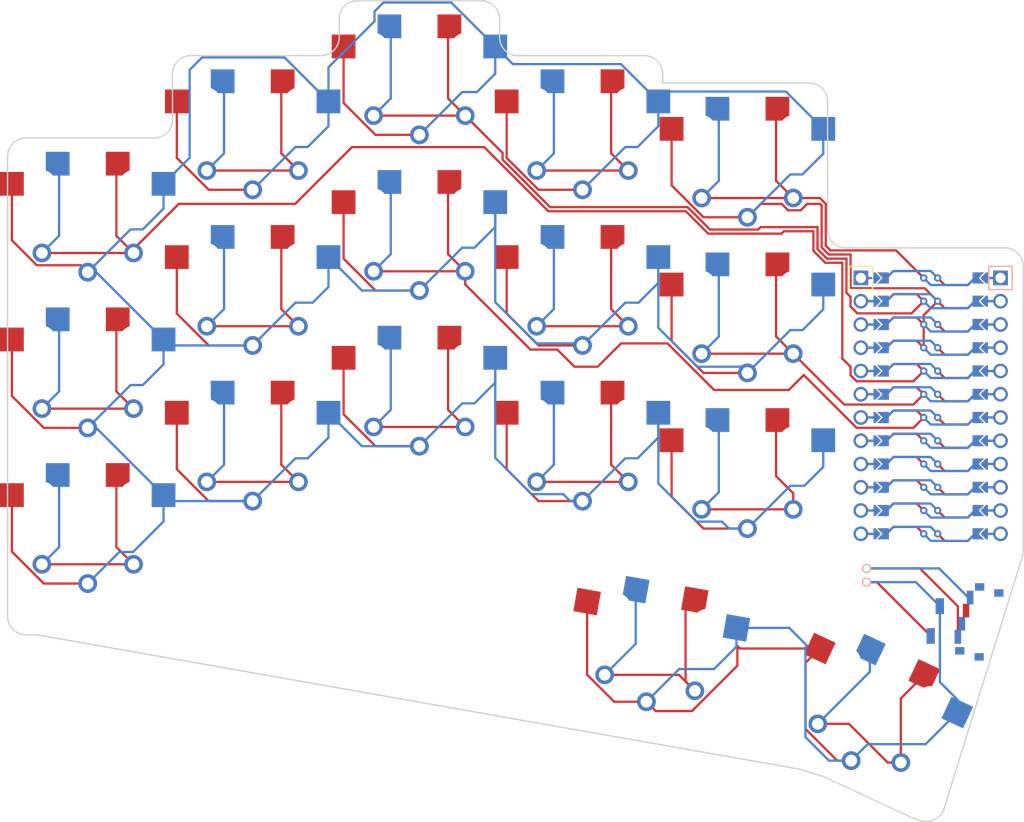
<source format=kicad_pcb>
(kicad_pcb (version 20211014) (generator pcbnew)
  (title_block (title "lazy_ferris") (rev "v1.0.0") (company "Unknown"))
  (layers (0 "F.Cu" signal) (31 "B.Cu" signal) (34 "B.Paste" user) (35 "F.Paste" user) (36 "B.SilkS" user "B.Silkscreen") (37 "F.SilkS" user "F.Silkscreen") (38 "B.Mask" user) (39 "F.Mask" user) (44 "Edge.Cuts" user))
  (net 0 "")
  (net 1 "P9")
  (net 2 "GND")
  (net 3 "P4")
  (net 4 "P2")
  (net 5 "P14")
  (net 6 "P18")
  (net 7 "P20")
  (net 8 "P7")
  (net 9 "P0")
  (net 10 "P15")
  (net 11 "P19")
  (net 12 "P21")
  (net 13 "P5")
  (net 14 "P3")
  (net 15 "P1")
  (net 16 "P10")
  (net 17 "RAW")
  (net 18 "RST")
  (net 19 "VCC")
  (net 20 "P16")
  (net 21 "P6")
  (net 22 "P8")
  (net 23 "pos")
  (footprint "lib:bat" (layer "F.Cu") (at 103 5)
    (fp_text reference "")
    (fp_text value "")
  )
  (footprint "PG1350" (layer "F.Cu") (at 72 -9 180)
    (fp_text reference "S20" hide)
    (fp_text value "" hide)
  )
  (footprint "PG1350" (layer "F.Cu") (at 72 -26 180)
    (fp_text reference "S22" hide)
    (fp_text value "" hide)
  )
  (footprint "PG1350" (layer "F.Cu") (at 54.2 -49)
    (fp_text reference "S17" hide)
    (fp_text value "" hide)
  )
  (footprint "PG1350" (layer "F.Cu") (at 72 -26)
    (fp_text reference "S21" hide)
    (fp_text value "" hide)
  )
  (footprint "Button_Switch_SMD:SW_SPST_B3U-1000P" (layer "F.Cu") (at 110.5 10 72.75)
    (fp_text reference "")
    (fp_text value "")
  )
  (footprint "PG1350" (layer "F.Cu") (at 80 13 -10)
    (fp_text reference "S31" hide)
    (fp_text value "" hide)
  )
  (footprint "Button_Switch_SMD:SW_SPDT_PCM12" (layer "F.Cu") (at 115 10 72.75)
    (fp_text reference "")
    (fp_text value "")
  )
  (footprint "PG1350" (layer "F.Cu") (at 103.816891 19.893564 155)
    (fp_text reference "S34" hide)
    (fp_text value "" hide)
  )
  (footprint "PG1350" (layer "F.Cu") (at 18 -17 180)
    (fp_text reference "S4" hide)
    (fp_text value "" hide)
  )
  (footprint "PG1350" (layer "F.Cu") (at 36 -9)
    (fp_text reference "S7" hide)
    (fp_text value "" hide)
  )
  (footprint "PG1350" (layer "F.Cu") (at 36 -9 180)
    (fp_text reference "S8" hide)
    (fp_text value "" hide)
  )
  (footprint "PG1350" (layer "F.Cu") (at 18 0)
    (fp_text reference "S1" hide)
    (fp_text value "" hide)
  )
  (footprint "PG1350" (layer "F.Cu") (at 36 -43)
    (fp_text reference "S11" hide)
    (fp_text value "" hide)
  )
  (footprint "PG1350" (layer "F.Cu") (at 54.2 -15)
    (fp_text reference "S13" hide)
    (fp_text value "" hide)
  )
  (footprint "PG1350" (layer "F.Cu") (at 90 -6 180)
    (fp_text reference "S26" hide)
    (fp_text value "" hide)
  )
  (footprint "PG1350" (layer "F.Cu") (at 90 -23 180)
    (fp_text reference "S28" hide)
    (fp_text value "" hide)
  )
  (footprint "PG1350" (layer "F.Cu") (at 90 -6)
    (fp_text reference "S25" hide)
    (fp_text value "" hide)
  )
  (footprint "PG1350" (layer "F.Cu") (at 90 -40)
    (fp_text reference "S29" hide)
    (fp_text value "" hide)
  )
  (footprint "PG1350" (layer "F.Cu") (at 18 0 180)
    (fp_text reference "S2" hide)
    (fp_text value "" hide)
  )
  (footprint "ProMicro" (layer "F.Cu") (at 110 -13.5 -90)
    (fp_text reference "MCU1" hide)
    (fp_text value "")
  )
  (footprint "PG1350" (layer "F.Cu") (at 103.816891 19.893564 -25)
    (fp_text reference "S33" hide)
    (fp_text value "" hide)
  )
  (footprint "PG1350" (layer "F.Cu") (at 54.2 -32)
    (fp_text reference "S15" hide)
    (fp_text value "" hide)
  )
  (footprint "PG1350" (layer "F.Cu") (at 90 -40 180)
    (fp_text reference "S30" hide)
    (fp_text value "" hide)
  )
  (footprint "PG1350" (layer "F.Cu") (at 90 -23)
    (fp_text reference "S27" hide)
    (fp_text value "" hide)
  )
  (footprint "PG1350" (layer "F.Cu") (at 18 -34)
    (fp_text reference "S5" hide)
    (fp_text value "" hide)
  )
  (footprint "PG1350" (layer "F.Cu") (at 72 -43 180)
    (fp_text reference "S24" hide)
    (fp_text value "" hide)
  )
  (footprint "PG1350" (layer "F.Cu") (at 36 -26 180)
    (fp_text reference "S10" hide)
    (fp_text value "" hide)
  )
  (footprint "PG1350" (layer "F.Cu") (at 36 -43 180)
    (fp_text reference "S12" hide)
    (fp_text value "" hide)
  )
  (footprint "PG1350" (layer "F.Cu") (at 80 13 170)
    (fp_text reference "S32" hide)
    (fp_text value "" hide)
  )
  (footprint "PG1350" (layer "F.Cu") (at 18 -34 180)
    (fp_text reference "S6" hide)
    (fp_text value "" hide)
  )
  (footprint "PG1350" (layer "F.Cu") (at 36 -26)
    (fp_text reference "S9" hide)
    (fp_text value "" hide)
  )
  (footprint "PG1350" (layer "F.Cu") (at 72 -9)
    (fp_text reference "S19" hide)
    (fp_text value "" hide)
  )
  (footprint "PG1350" (layer "F.Cu") (at 72 -43)
    (fp_text reference "S23" hide)
    (fp_text value "" hide)
  )
  (footprint "PG1350" (layer "F.Cu") (at 54.2 -32 180)
    (fp_text reference "S16" hide)
    (fp_text value "" hide)
  )
  (footprint "PG1350" (layer "F.Cu") (at 54.2 -15 180)
    (fp_text reference "S14" hide)
    (fp_text value "" hide)
  )
  (footprint "PG1350" (layer "F.Cu") (at 18 -17)
    (fp_text reference "S3" hide)
    (fp_text value "" hide)
  )
  (footprint "PG1350" (layer "F.Cu") (at 54.2 -49 180)
    (fp_text reference "S18" hide)
    (fp_text value "" hide)
  )
  (gr_arc (start 96.75 -48.75) (mid 98.164214 -48.164214) (end 98.75 -46.75) (layer "Edge.Cuts") (width 0.15))
  (gr_arc (start 11.25 11.5) (mid 9.835786 10.914214) (end 9.25 9.5) (layer "Edge.Cuts") (width 0.15))
  (gr_line (start 111.458143 30.479585) (end 120.068408 2.75) (layer "Edge.Cuts") (width 0.15))
  (gr_line (start 12.290703 11.5) (end 11.25 11.5) (layer "Edge.Cuts") (width 0.15))
  (gr_arc (start 60.95 -57.75) (mid 62.364214 -57.164214) (end 62.95 -55.75) (layer "Edge.Cuts") (width 0.15))
  (gr_line (start 108.000343 31.498897) (end 108 31.5) (layer "Edge.Cuts") (width 0.15))
  (gr_line (start 108.049174 31.521667) (end 108.05178 31.516078) (layer "Edge.Cuts") (width 0.15))
  (gr_line (start 108.008105 31.502517) (end 108.049174 31.521667) (layer "Edge.Cuts") (width 0.15))
  (gr_arc (start 118.1 -30.75) (mid 119.514214 -30.164214) (end 120.1 -28.75) (layer "Edge.Cuts") (width 0.15))
  (gr_line (start 120.131984 2.545251) (end 120.1 2.53532) (layer "Edge.Cuts") (width 0.15))
  (gr_arc (start 111.458143 30.479585) (mid 110.479332 31.656477) (end 108.95502 31.796542) (layer "Edge.Cuts") (width 0.15))
  (gr_line (start 120.1 2.648257) (end 120.1 2.75) (layer "Edge.Cuts") (width 0.15))
  (gr_arc (start 12.290703 11.500001) (mid 12.465014 11.507612) (end 12.637999 11.530385) (layer "Edge.Cuts") (width 0.15))
  (gr_arc (start 64.95 -51.75) (mid 63.535786 -52.335786) (end 62.95 -53.75) (layer "Edge.Cuts") (width 0.15))
  (gr_arc (start 95.641789 26.166192) (mid 95.769864 26.193123) (end 95.895904 26.228374) (layer "Edge.Cuts") (width 0.15))
  (gr_line (start 100.75 -30.75) (end 118.1 -30.75) (layer "Edge.Cuts") (width 0.15))
  (gr_line (start 120.1 2.648257) (end 120.131984 2.545251) (layer "Edge.Cuts") (width 0.15))
  (gr_arc (start 9.25 -40.75) (mid 9.835786 -42.164214) (end 11.25 -42.75) (layer "Edge.Cuts") (width 0.15))
  (gr_arc (start 45.45 -55.75) (mid 46.035786 -57.164214) (end 47.45 -57.75) (layer "Edge.Cuts") (width 0.15))
  (gr_arc (start 27.25 -49.75) (mid 27.835786 -51.164214) (end 29.25 -51.75) (layer "Edge.Cuts") (width 0.15))
  (gr_line (start 80.75 -48.75) (end 96.75 -48.75) (layer "Edge.Cuts") (width 0.15))
  (gr_line (start 98.75 -32.75) (end 98.75 -46.75) (layer "Edge.Cuts") (width 0.15))
  (gr_line (start 108.05178 31.516078) (end 108.95502 31.796542) (layer "Edge.Cuts") (width 0.15))
  (gr_line (start 9.25 9.5) (end 9.25 -40.75) (layer "Edge.Cuts") (width 0.15))
  (gr_line (start 12.637999 11.530384) (end 95.641789 26.166192) (layer "Edge.Cuts") (width 0.15))
  (gr_line (start 120.1 2.75) (end 120.068408 2.75) (layer "Edge.Cuts") (width 0.15))
  (gr_arc (start 78.75 -51.75) (mid 80.164214 -51.164214) (end 80.75 -49.75) (layer "Edge.Cuts") (width 0.15))
  (gr_line (start 27.25 -49.75) (end 27.25 -44.75) (layer "Edge.Cuts") (width 0.15))
  (gr_line (start 95.895904 26.228374) (end 98.246694 26.969575) (layer "Edge.Cuts") (width 0.15))
  (gr_arc (start 100.75 -30.75) (mid 99.335786 -31.335786) (end 98.75 -32.75) (layer "Edge.Cuts") (width 0.15))
  (gr_line (start 108 31.5) (end 108.008105 31.502517) (layer "Edge.Cuts") (width 0.15))
  (gr_line (start 11.25 -42.75) (end 25.25 -42.75) (layer "Edge.Cuts") (width 0.15))
  (gr_line (start 29.25 -51.75) (end 43.45 -51.75) (layer "Edge.Cuts") (width 0.15))
  (gr_line (start 60.95 -57.75) (end 47.45 -57.75) (layer "Edge.Cuts") (width 0.15))
  (gr_arc (start 98.246694 26.969576) (mid 98.370158 27.012994) (end 98.490519 27.064394) (layer "Edge.Cuts") (width 0.15))
  (gr_line (start 120.1 2.53532) (end 120.1 -28.75) (layer "Edge.Cuts") (width 0.15))
  (gr_arc (start 45.45 -53.75) (mid 44.864214 -52.335786) (end 43.45 -51.75) (layer "Edge.Cuts") (width 0.15))
  (gr_line (start 64.95 -51.75) (end 78.75 -51.75) (layer "Edge.Cuts") (width 0.15))
  (gr_line (start 45.45 -55.75) (end 45.45 -53.75) (layer "Edge.Cuts") (width 0.15))
  (gr_line (start 80.75 -48.75) (end 80.75 -49.75) (layer "Edge.Cuts") (width 0.15))
  (gr_line (start 98.490519 27.064394) (end 108.000343 31.498897) (layer "Edge.Cuts") (width 0.15))
  (gr_line (start 62.95 -53.75) (end 62.95 -55.75) (layer "Edge.Cuts") (width 0.15))
  (gr_arc (start 27.25 -44.75) (mid 26.664214 -43.335786) (end 25.25 -42.75) (layer "Edge.Cuts") (width 0.15))
  (segment (start 83.248177 16.594511) (end 83.248177 8.719367) (width 0.25) (layer "F.Cu") (net 1))
  (segment (start 23 3.8) (end 13 3.8) (width 0.25) (layer "F.Cu") (net 1))
  (segment (start 23 3.8) (end 21.124999 1.924999) (width 0.25) (layer "F.Cu") (net 1))
  (segment (start 82.527695 15.874029) (end 74.416098 15.874029) (width 0.25) (layer "F.Cu") (net 1))
  (segment (start 21.124999 -5.799999) (end 21.275 -5.95) (width 0.25) (layer "F.Cu") (net 1))
  (segment (start 84.264176 17.61051) (end 83.248177 16.594511) (width 0.25) (layer "F.Cu") (net 1))
  (segment (start 21.124999 1.924999) (end 21.124999 -5.799999) (width 0.25) (layer "F.Cu") (net 1))
  (segment (start 84.264176 17.61051) (end 82.527695 15.874029) (width 0.25) (layer "F.Cu") (net 1))
  (segment (start 83.248177 8.719367) (end 84.258452 7.709092) (width 0.25) (layer "F.Cu") (net 1))
  (segment (start 14.875001 1.924999) (end 14.875001 -5.799999) (width 0.25) (layer "B.Cu") (net 1))
  (segment (start 14.875001 -5.799999) (end 14.725 -5.95) (width 0.25) (layer "B.Cu") (net 1))
  (segment (start 13 3.8) (end 14.875001 1.924999) (width 0.25) (layer "B.Cu") (net 1))
  (segment (start 77.807961 12.482166) (end 77.807961 6.571696) (width 0.25) (layer "B.Cu") (net 1))
  (segment (start 74.416098 15.874029) (end 77.807961 12.482166) (width 0.25) (layer "B.Cu") (net 1))
  (segment (start 75.455974 18.810366) (end 72.501897 15.856289) (width 0.25) (layer "F.Cu") (net 2))
  (segment (start 96.338403 14.561354) (end 97.902013 12.997744) (width 0.25) (layer "F.Cu") (net 2))
  (segment (start 54.2 -26.1) (end 49.403539 -26.1) (width 0.25) (layer "F.Cu") (net 2))
  (segment (start 63.725 -6.578539) (end 63.725 -12.75) (width 0.25) (layer "F.Cu") (net 2))
  (segment (start 13.203539 -11.1) (end 9.725 -14.578539) (width 0.25) (layer "F.Cu") (net 2))
  (segment (start 91.44 -35.54) (end 90 -34.1) (width 0.25) (layer "F.Cu") (net 2))
  (segment (start 98.1 -35.373604) (end 97.913604 -35.56) (width 0.25) (layer "F.Cu") (net 2))
  (segment (start 85.203539 -34.1) (end 81.725 -37.578539) (width 0.25) (layer "F.Cu") (net 2))
  (segment (start 101.255 -26.345) (end 101.255 -30.03) (width 0.25) (layer "F.Cu") (net 2))
  (segment (start 27.725 -6.578539) (end 27.725 -12.75) (width 0.25) (layer "F.Cu") (net 2))
  (segment (start 67.203539 -37.1) (end 63.725 -40.578539) (width 0.25) (layer "F.Cu") (net 2))
  (segment (start 85.203539 -0.1) (end 81.725 -3.578539) (width 0.25) (layer "F.Cu") (net 2))
  (segment (start 91.44 -35.56) (end 91.44 -35.54) (width 0.25) (layer "F.Cu") (net 2))
  (segment (start 13.203539 5.9) (end 9.725 2.421461) (width 0.25) (layer "F.Cu") (net 2))
  (segment (start 54.2 -43.1) (end 49.403539 -43.1) (width 0.25) (layer "F.Cu") (net 2))
  (segment (start 18 5.9) (end 13.203539 5.9) (width 0.25) (layer "F.Cu") (net 2))
  (segment (start 31.203539 -3.1) (end 27.725 -6.578539) (width 0.25) (layer "F.Cu") (net 2))
  (segment (start 81.725 -20.578539) (end 81.725 -26.75) (width 0.25) (layer "F.Cu") (net 2))
  (segment (start 54.2 -9.1) (end 49.403539 -9.1) (width 0.25) (layer "F.Cu") (net 2))
  (segment (start 78.975476 18.810366) (end 79.991475 19.826365) (width 0.25) (layer "F.Cu") (net 2))
  (segment (start 49.403539 -43.1) (end 45.925 -46.578539) (width 0.25) (layer "F.Cu") (net 2))
  (segment (start 101.255 -30.03) (end 98.873604 -30.03) (width 0.25) (layer "F.Cu") (net 2))
  (segment (start 12.444539 -28.859) (end 9.725 -31.578539) (width 0.25) (layer "F.Cu") (net 2))
  (segment (start 104.122345 5.75) (end 109.995879 11.623534) (width 0.25) (layer "F.Cu") (net 2))
  (segment (start 90 -34.1) (end 85.203539 -34.1) (width 0.25) (layer "F.Cu") (net 2))
  (segment (start 31.203539 -37.1) (end 27.725 -40.578539) (width 0.25) (layer "F.Cu") (net 2))
  (segment (start 63.725 -23.578539) (end 63.725 -29.75) (width 0.25) (layer "F.Cu") (net 2))
  (segment (start 85.203539 -17.1) (end 81.725 -20.578539) (width 0.25) (layer "F.Cu") (net 2))
  (segment (start 103 5.75) (end 104.122345 5.75) (width 0.25) (layer "F.Cu") (net 2))
  (segment (start 67.203539 -3.1) (end 63.725 -6.578539) (width 0.25) (layer "F.Cu") (net 2))
  (segment (start 96.52 -35.56) (end 95.819 -34.859) (width 0.25) (layer "F.Cu") (net 2))
  (segment (start 72 -37.1) (end 67.203539 -37.1) (width 0.25) (layer "F.Cu") (net 2))
  (segment (start 17.241 -28.859) (end 12.444539 -28.859) (width 0.25) (layer "F.Cu") (net 2))
  (segment (start 99.79928 25.24078) (end 96.338403 21.779903) (width 0.25) (layer "F.Cu") (net 2))
  (segment (start 27.725 -23.578539) (end 27.725 -29.75) (width 0.25) (layer "F.Cu") (net 2))
  (segment (start 109.238 -23.406) (end 109.238 -22.39) (width 0.25) (layer "F.Cu") (net 2))
  (segment (start 72 -3.1) (end 67.203539 -3.1) (width 0.25) (layer "F.Cu") (net 2))
  (segment (start 95.819 -34.859) (end 94.444539 -34.859) (width 0.25) (layer "F.Cu") (net 2))
  (segment (start 18 -28.1) (end 17.241 -28.859) (width 0.25) (layer "F.Cu") (net 2))
  (segment (start 49.403539 -26.1) (end 45.925 -29.578539) (width 0.25) (layer "F.Cu") (net 2))
  (segment (start 45.925 -29.578539) (end 45.925 -35.75) (width 0.25) (layer "F.Cu") (net 2))
  (segment (start 90 -0.1) (end 85.203539 -0.1) (width 0.25) (layer "F.Cu") (net 2))
  (segment (start 97.913604 -35.56) (end 96.52 -35.56) (width 0.25) (layer "F.Cu") (net 2))
  (segment (start 31.203539 -20.1) (end 27.725 -23.578539) (width 0.25) (layer "F.Cu") (net 2))
  (segment (start 72 -20.1) (end 67.203539 -20.1) (width 0.25) (layer "F.Cu") (net 2))
  (segment (start 18 -11.1) (end 13.203539 -11.1) (width 0.25) (layer "F.Cu") (net 2))
  (segment (start 27.725 -40.578539) (end 27.725 -46.75) (width 0.25) (layer "F.Cu") (net 2))
  (segment (start 72.501897 15.856289) (end 72.501897 7.870032) (width 0.25) (layer "F.Cu") (net 2))
  (segment (start 36 -37.1) (end 31.203539 -37.1) (width 0.25) (layer "F.Cu") (net 2))
  (segment (start 81.725 -3.578539) (end 81.725 -9.75) (width 0.25) (layer "F.Cu") (net 2))
  (segment (start 98.873604 -30.03) (end 98.1 -30.803604) (width 0.25) (layer "F.Cu") (net 2))
  (segment (start 79.991475 19.826365) (end 83.944782 19.826365) (width 0.25) (layer "F.Cu") (net 2))
  (segment (start 93.743539 -35.56) (end 91.44 -35.56) (width 0.25) (layer "F.Cu") (net 2))
  (segment (start 45.925 -46.578539) (end 45.925 -52.75) (width 0.25) (layer "F.Cu") (net 2))
  (segment (start 109.347 -26.345) (end 101.255 -26.345) (width 0.25) (layer "F.Cu") (net 2))
  (segment (start 90 -17.1) (end 85.203539 -17.1) (width 0.25) (layer "F.Cu") (net 2))
  (segment (start 109.238 -22.39) (end 109.238 -19.85) (width 0.25) (layer "F.Cu") (net 2))
  (segment (start 9.725 2.421461) (end 9.725 -3.75) (width 0.25) (layer "F.Cu") (net 2))
  (segment (start 9.725 -31.578539) (end 9.725 -37.75) (width 0.25) (layer "F.Cu") (net 2))
  (segment (start 96.338403 21.779903) (end 96.338403 14.561354) (width 0.25) (layer "F.Cu") (net 2))
  (segment (start 49.403539 -9.1) (end 45.925 -12.578539) (width 0.25) (layer "F.Cu") (net 2))
  (segment (start 81.725 -37.578539) (end 81.725 -43.75) (width 0.25) (layer "F.Cu") (net 2))
  (segment (start 88.9 14.871147) (end 88.9 12.7) (width 0.25) (layer "F.Cu") (net 2))
  (segment (start 63.725 -40.578539) (end 63.725 -46.75) (width 0.25) (layer "F.Cu") (net 2))
  (segment (start 9.725 -14.578539) (end 9.725 -20.75) (width 0.25) (layer "F.Cu") (net 2))
  (segment (start 110.762 -24.93) (end 109.347 -26.345) (width 0.25) (layer "F.Cu") (net 2))
  (segment (start 36 -3.1) (end 31.203539 -3.1) (width 0.25) (layer "F.Cu") (net 2))
  (segment (start 98.1 -30.803604) (end 98.1 -35.373604) (width 0.25) (layer "F.Cu") (net 2))
  (segment (start 67.203539 -20.1) (end 63.725 -23.578539) (width 0.25) (layer "F.Cu") (net 2))
  (segment (start 110.762 -24.93) (end 109.238 -23.406) (width 0.25) (layer "F.Cu") (net 2))
  (segment (start 78.975476 18.810366) (end 75.455974 18.810366) (width 0.25) (layer "F.Cu") (net 2))
  (segment (start 101.323443 25.24078) (end 99.79928 25.24078) (width 0.25) (layer "F.Cu") (net 2))
  (segment (start 45.925 -12.578539) (end 45.925 -18.75) (width 0.25) (layer "F.Cu") (net 2))
  (segment (start 94.444539 -34.859) (end 93.743539 -35.56) (width 0.25) (layer "F.Cu") (net 2))
  (segment (start 36 -20.1) (end 31.203539 -20.1) (width 0.25) (layer "F.Cu") (net 2))
  (segment (start 89.197744 12.997744) (end 97.902013 12.997744) (width 0.25) (layer "F.Cu") (net 2))
  (segment (start 83.944782 19.826365) (end 88.9 14.871147) (width 0.25) (layer "F.Cu") (net 2))
  (segment (start 88.9 12.7) (end 89.197744 12.997744) (width 0.25) (layer "F.Cu") (net 2))
  (segment (start 80.275 -12.75) (end 80.275 -5.028539) (width 0.25) (layer "B.Cu") (net 2))
  (segment (start 72 -20.1) (end 72.925 -20.1) (width 0.25) (layer "B.Cu") (net 2))
  (segment (start 94.674099 -21.774099) (end 96.007785 -21.774099) (width 0.25) (layer "B.Cu") (net 2))
  (segment (start 66.983539 -20.32) (end 71.78 -20.32) (width 0.25) (layer "B.Cu") (net 2))
  (segment (start 72 -37.1) (end 72.925 -37.1) (width 0.25) (layer "B.Cu") (net 2))
  (segment (start 42.007785 -41.774099) (end 44.275 -44.041314) (width 0.25) (layer "B.Cu") (net 2))
  (segment (start 72 -37.1) (end 76.674099 -41.774099) (width 0.25) (layer "B.Cu") (net 2))
  (segment (start 36 -3.1) (end 40.674099 -7.774099) (width 0.25) (layer "B.Cu") (net 2))
  (segment (start 90 -17.1) (end 90.925 -17.1) (width 0.25) (layer "B.Cu") (net 2))
  (segment (start 47.925 -9.1) (end 44.275 -12.75) (width 0.25) (layer "B.Cu") (net 2))
  (segment (start 94.199999 -47.825001) (end 98.275 -43.75) (width 0.25) (layer "B.Cu") (net 2))
  (segment (start 54.2 -43.1) (end 55.125 -43.1) (width 0.25) (layer "B.Cu") (net 2))
  (segment (start 54.2 -9.1) (end 58.874099 -13.774099) (width 0.25) (layer "B.Cu") (net 2))
  (segment (start 71.78 -20.32) (end 72 -20.1) (width 0.25) (layer "B.Cu") (net 2))
  (segment (start 54.2 -43.1) (end 58.874099 -47.774099) (width 0.25) (layer "B.Cu") (net 2))
  (segment (start 76.674099 -24.774099) (end 78.114099 -24.774099) (width 0.25) (layer "B.Cu") (net 2))
  (segment (start 96.338403 22.678403) (end 98.90078 25.24078) (width 0.25) (layer "B.Cu") (net 2))
  (segment (start 36 -3.1) (end 26.925 -3.1) (width 0.25) (layer "B.Cu") (net 2))
  (segment (start 50.275 -57.55) (end 57.675 -57.55) (width 0.25) (layer "B.Cu") (net 2))
  (segment (start 26.925 -3.1) (end 26.275 -3.75) (width 0.25) (layer "B.Cu") (net 2))
  (segment (start 80.275 -44.041314) (end 80.275 -46.75) (width 0.25) (layer "B.Cu") (net 2))
  (segment (start 24.007785 -15.774099) (end 26.275 -18.041314) (width 0.25) (layer "B.Cu") (net 2))
  (segment (start 58.874099 -47.774099) (end 60.474099 -47.774099) (width 0.25) (layer "B.Cu") (net 2))
  (segment (start 86.36 15.24) (end 88.800465 12.799535) (width 0.25) (layer "B.Cu") (net 2))
  (segment (start 78.007785 -7.774099) (end 80.275 -10.041314) (width 0.25) (layer "B.Cu") (net 2))
  (segment (start 44.275 -44.041314) (end 44.275 -46.75) (width 0.25) (layer "B.Cu") (net 2))
  (segment (start 88.800465 12.799535) (end 88.800465 10.74391) (width 0.25) (layer "B.Cu") (net 2))
  (segment (start 36 -37.1) (end 36.925 -37.1) (width 0.25) (layer "B.Cu") (net 2))
  (segment (start 36 -20.1) (end 40.674099 -24.774099) (width 0.25) (layer "B.Cu") (net 2))
  (segment (start 44.275 -26.495) (end 44.275 -29.75) (width 0.25) (layer "B.Cu") (net 2))
  (segment (start 80.275 -22.028539) (end 84.523539 -17.78) (width 0.25) (layer "B.Cu") (net 2))
  (segment (start 36 -37.1) (end 40.674099 -41.774099) (width 0.25) (layer "B.Cu") (net 2))
  (segment (start 64.399999 -50.825001) (end 76.199999 -50.825001) (width 0.25) (layer "B.Cu") (net 2))
  (segment (start 60.207785 -30.774099) (end 62.475 -33.041314) (width 0.25) (layer "B.Cu") (net 2))
  (segment (start 57.675 -57.55) (end 62.475 -52.75) (width 0.25) (layer "B.Cu") (net 2))
  (segment (start 94.56391 10.74391) (end 96.52 12.7) (width 0.25) (layer "B.Cu") (net 2))
  (segment (start 18.925 -11.1) (end 26.275 -3.75) (width 0.25) (layer "B.Cu") (net 2))
  (segment (start 44.275 -10.041314) (end 44.275 -12.75) (width 0.25) (layer "B.Cu") (net 2))
  (segment (start 98.275 -24.041314) (end 98.275 -26.75) (width 0.25) (layer "B.Cu") (net 2))
  (segment (start 96.214099 -4.774099) (end 98.275 -6.835) (width 0.25) (layer "B.Cu") (net 2))
  (segment (start 62.475 -16.041314) (end 62.475 -18.75) (width 0.25) (layer "B.Cu") (net 2))
  (segment (start 24.007785 -32.774099) (end 26.275 -35.041314) (width 0.25) (layer "B.Cu") (net 2))
  (segment (start 18 -11.1) (end 18.925 -11.1) (width 0.25) (layer "B.Cu") (net 2))
  (segment (start 18 -28.1) (end 18.925 -28.1) (width 0.25) (layer "B.Cu") (net 2))
  (segment (start 44.275 -46.75) (end 44.275 -50.476652) (width 0.25) (layer "B.Cu") (net 2))
  (segment (start 18.925 -28.1) (end 26.275 -20.75) (width 0.25) (layer "B.Cu") (net 2))
  (segment (start 96.338403 12.881597) (end 96.338403 22.678403) (width 0.25) (layer "B.Cu") (net 2))
  (segment (start 111.004121 16.6604) (end 111.004121 8.376466) (width 0.25) (layer "B.Cu") (net 2))
  (segment (start 26.275 -18.041314) (end 26.275 -20.75) (width 0.25) (layer "B.Cu") (net 2))
  (segment (start 29.124999 -40.599999) (end 29.124999 -50.194999) (width 0.25) (layer "B.Cu") (net 2))
  (segment (start 90 -34.1) (end 90.925 -34.1) (width 0.25) (layer "B.Cu") (net 2))
  (segment (start 30.48 -51.55) (end 39.475 -51.55) (width 0.25) (layer "B.Cu") (net 2))
  (segment (start 90 -17.1) (end 94.674099 -21.774099) (width 0.25) (layer "B.Cu") (net 2))
  (segment (start 62.475 -7.828539) (end 66.444539 -3.859) (width 0.25) (layer "B.Cu") (net 2))
  (segment (start 62.475 -52.75) (end 64.399999 -50.825001) (width 0.25) (layer "B.Cu") (net 2))
  (segment (start 47.925 -26.1) (end 54.2 -26.1) (width 0.25) (layer "B.Cu") (net 2))
  (segment (start 54.2 -26.1) (end 55.125 -26.1) (width 0.25) (layer "B.Cu") (net 2))
  (segment (start 22.941 2.459) (end 26.275 -0.875) (width 0.25) (layer "B.Cu") (net 2))
  (segment (start 76.199999 -50.825001) (end 80.275 -46.75) (width 0.25) (layer "B.Cu") (net 2))
  (segment (start 98.275 -41.041314) (end 98.275 -43.75) (width 0.25) (layer "B.Cu") (net 2))
  (segment (start 87.978 -0.1) (end 87.219 -0.859) (width 0.25) (layer "B.Cu") (net 2))
  (segment (start 96.007785 -21.774099) (end 98.275 -24.041314) (width 0.25) (layer "B.Cu") (net 2))
  (segment (start 18 5.9) (end 21.441 2.459) (width 0.25) (layer "B.Cu") (net 2))
  (segment (start 62.475 -49.775) (end 62.475 -52.75) (width 0.25) (layer "B.Cu") (net 2))
  (segment (start 109.449617 23.443865) (end 112.901406 19.992076) (width 0.25) (layer "B.Cu") (net 2))
  (segment (start 54.2 -9.1) (end 47.925 -9.1) (width 0.25) (layer "B.Cu") (net 2))
  (segment (start 98.275 -6.835) (end 98.275 -9.75) (width 0.25) (layer "B.Cu") (net 2))
  (segment (start 72 -3.1) (end 76.674099 -7.774099) (width 0.25) (layer "B.Cu") (net 2))
  (segment (start 42.007785 -7.774099) (end 44.275 -10.041314) (width 0.25) (layer "B.Cu") (net 2))
  (segment (start 66.444539 -3.859) (end 69.899 -3.859) (width 0.25) (layer "B.Cu") (net 2))
  (segment (start 103.120358 23.443865) (end 109.449617 23.443865) (width 0.25) (layer "B.Cu") (net 2))
  (segment (start 72 -3.1) (end 70.658 -3.1) (width 0.25) (layer "B.Cu") (net 2))
  (segment (start 62.475 -24.828539) (end 66.983539 -20.32) (width 0.25) (layer "B.Cu") (net 2))
  (segment (start 112.901406 19.992076) (end 112.901406 18.557685) (width 0.25) (layer "B.Cu") (net 2))
  (segment (start 40.674099 -24.774099) (end 42.554099 -24.774099) (width 0.25) (layer "B.Cu") (net 2))
  (segment (start 18 -11.1) (end 22.674099 -15.774099) (width 0.25) (layer "B.Cu") (net 2))
  (segment (start 81.350001 -47.825001) (end 94.199999 -47.825001) (width 0.25) (layer "B.Cu") (net 2))
  (segment (start 49.3 -56.575) (end 50.275 -57.55) (width 0.25) (layer "B.Cu") (net 2))
  (segment (start 76.674099 -41.774099) (end 78.007785 -41.774099) (width 0.25) (layer "B.Cu") (net 2))
  (segment (start 98.90078 25.24078) (end 101.323443 25.24078) (width 0.25) (layer "B.Cu") (net 2))
  (segment (start 94.674099 -4.774099) (end 96.214099 -4.774099) (width 0.25) (layer "B.Cu") (net 2))
  (segment (start 62.475 -33.041314) (end 62.475 -35.75) (width 0.25) (layer "B.Cu") (net 2))
  (segment (start 26.275 -35.041314) (end 26.275 -37.75) (width 0.25) (layer "B.Cu") (net 2))
  (segment (start 94.674099 -38.774099) (end 96.007785 -38.774099) (width 0.25) (layer "B.Cu") (net 2))
  (segment (start 42.554099 -24.774099) (end 44.275 -26.495) (width 0.25) (layer "B.Cu") (net 2))
  (segment (start 36 -20.1) (end 36.925 -20.1) (width 0.25) (layer "B.Cu") (net 2))
  (segment (start 22.674099 -15.774099) (end 24.007785 -15.774099) (width 0.25) (layer "B.Cu") (net 2))
  (segment (start 84.444539 -0.859) (end 87.219 -0.859) (width 0.25) (layer "B.Cu") (net 2))
  (segment (start 60.207785 -13.774099) (end 62.475 -16.041314) (width 0.25) (layer "B.Cu") (net 2))
  (segment (start 90 -0.1) (end 94.674099 -4.774099) (width 0.25) (layer "B.Cu") (net 2))
  (segment (start 44.275 -29.75) (end 47.925 -26.1) (width 0.25) (layer "B.Cu") (net 2))
  (segment (start 29.124999 -50.194999) (end 30.48 -51.55) (width 0.25) (layer "B.Cu") (net 2))
  (segment (start 78.007785 -41.774099) (end 80.275 -44.041314) (width 0.25) (layer "B.Cu") (net 2))
  (segment (start 54.2 -26.1) (end 58.874099 -30.774099) (width 0.25) (layer "B.Cu") (net 2))
  (segment (start 58.874099 -13.774099) (end 60.207785 -13.774099) (width 0.25) (layer "B.Cu") (net 2))
  (segment (start 60.474099 -47.774099) (end 62.475 -49.775) (width 0.25) (layer "B.Cu") (net 2))
  (segment (start 70.658 -3.1) (end 69.899 -3.859) (width 0.25) (layer "B.Cu") (net 2))
  (segment (start 80.275 -10.041314) (end 80.275 -12.75) (width 0.25) (layer "B.Cu") (net 2))
  (segment (start 80.275 -5.028539) (end 84.444539 -0.859) (width 0.25) (layer "B.Cu") (net 2))
  (segment (start 82.545842 15.24) (end 86.36 15.24) (width 0.25) (layer "B.Cu") (net 2))
  (segment (start 62.475 -35.75) (end 62.475 -24.828539) (width 0.25) (layer "B.Cu") (net 2))
  (segment (start 96.52 12.7) (end 96.338403 12.881597) (width 0.25) (layer "B.Cu") (net 2))
  (segment (start 90 -0.1) (end 87.978 -0.1) (width 0.25) (layer "B.Cu") (net 2))
  (segment (start 76.674099 -7.774099) (end 78.007785 -7.774099) (width 0.25) (layer "B.Cu") (net 2))
  (segment (start 89.32 -17.78) (end 90 -17.1) (width 0.25) (layer "B.Cu") (net 2))
  (segment (start 112.901406 18.557685) (end 111.004121 16.6604) (width 0.25) (layer "B.Cu") (net 2))
  (segment (start 26.275 -0.875) (end 26.275 -3.75) (width 0.25) (layer "B.Cu") (net 2))
  (segment (start 18 -28.1) (end 22.674099 -32.774099) (width 0.25) (layer "B.Cu") (net 2))
  (segment (start 103 5.75) (end 108.377655 5.75) (width 0.25) (layer "B.Cu") (net 2))
  (segment (start 108.377655 5.75) (end 111.004121 8.376466) (width 0.25) (layer "B.Cu") (net 2))
  (segment (start 80.275 -29.75) (end 80.275 -22.028539) (width 0.25) (layer "B.Cu") (net 2))
  (segment (start 44.275 -50.476652) (end 49.3 -55.501652) (width 0.25) (layer "B.Cu") (net 2))
  (segment (start 72 -20.1) (end 76.674099 -24.774099) (width 0.25) (layer "B.Cu") (net 2))
  (segment (start 40.674099 -7.774099) (end 42.007785 -7.774099) (width 0.25) (layer "B.Cu") (net 2))
  (segment (start 49.3 -55.501652) (end 49.3 -56.575) (width 0.25) (layer "B.Cu") (net 2))
  (segment (start 36 -20.1) (end 26.925 -20.1) (width 0.25) (layer "B.Cu") (net 2))
  (segment (start 80.275 -46.75) (end 81.350001 -47.825001) (width 0.25) (layer "B.Cu") (net 2))
  (segment (start 78.114099 -24.774099) (end 80.275 -26.935) (width 0.25) (layer "B.Cu") (net 2))
  (segment (start 26.275 -37.75) (end 29.124999 -40.599999) (width 0.25) (layer "B.Cu") (net 2))
  (segment (start 40.674099 -41.774099) (end 42.007785 -41.774099) (width 0.25) (layer "B.Cu") (net 2))
  (segment (start 26.925 -20.1) (end 26.275 -20.75) (width 0.25) (layer "B.Cu") (net 2))
  (segment (start 96.007785 -38.774099) (end 98.275 -41.041314) (width 0.25) (layer "B.Cu") (net 2))
  (segment (start 90 -34.1) (end 94.674099 -38.774099) (width 0.25) (layer "B.Cu") (net 2))
  (segment (start 101.323443 25.24078) (end 103.120358 23.443865) (width 0.25) (layer "B.Cu") (net 2))
  (segment (start 88.800465 10.74391) (end 94.56391 10.74391) (width 0.25) (layer "B.Cu") (net 2))
  (segment (start 58.874099 -30.774099) (end 60.207785 -30.774099) (width 0.25) (layer "B.Cu") (net 2))
  (segment (start 21.441 2.459) (end 22.941 2.459) (width 0.25) (layer "B.Cu") (net 2))
  (segment (start 78.975476 18.810366) (end 82.545842 15.24) (width 0.25) (layer "B.Cu") (net 2))
  (segment (start 39.475 -51.55) (end 44.275 -46.75) (width 0.25) (layer "B.Cu") (net 2))
  (segment (start 80.275 -26.935) (end 80.275 -29.75) (width 0.25) (layer "B.Cu") (net 2))
  (segment (start 84.523539 -17.78) (end 89.32 -17.78) (width 0.25) (layer "B.Cu") (net 2))
  (segment (start 62.475 -18.75) (end 62.475 -7.828539) (width 0.25) (layer "B.Cu") (net 2))
  (segment (start 22.674099 -32.774099) (end 24.007785 -32.774099) (width 0.25) (layer "B.Cu") (net 2))
  (segment (start 59.2 -28.2) (end 49.2 -28.2) (width 0.25) (layer "F.Cu") (net 3))
  (segment (start 57.324999 -37.799999) (end 57.475 -37.95) (width 0.25) (layer "F.Cu") (net 3))
  (segment (start 71.12 -17.78) (end 73.66 -17.78) (width 0.25) (layer "F.Cu") (net 3))
  (segment (start 21.124999 -15.075001) (end 21.124999 -22.799999) (width 0.25) (layer "F.Cu") (net 3))
  (segment (start 76.2 -20.32) (end 81.28 -20.32) (width 0.25) (layer "F.Cu") (net 3))
  (segment (start 109.238 -12.23) (end 108.113 -11.105) (width 0.25) (layer "F.Cu") (net 3))
  (segment (start 23 -13.2) (end 13 -13.2) (width 0.25) (layer "F.Cu") (net 3))
  (segment (start 23 -13.2) (end 21.124999 -15.075001) (width 0.25) (layer "F.Cu") (net 3))
  (segment (start 59.2 -28.2) (end 59.2 -26.76316) (width 0.25) (layer "F.Cu") (net 3))
  (segment (start 69.25 -19.65) (end 71.12 -17.78) (width 0.25) (layer "F.Cu") (net 3))
  (segment (start 66.31316 -19.65) (end 69.25 -19.65) (width 0.25) (layer "F.Cu") (net 3))
  (segment (start 57.324999 -30.075001) (end 57.324999 -37.799999) (width 0.25) (layer "F.Cu") (net 3))
  (segment (start 94.524595 -15.24) (end 96.151802 -16.867207) (width 0.25) (layer "F.Cu") (net 3))
  (segment (start 101.914009 -11.105) (end 96.151802 -16.867207) (width 0.25) (layer "F.Cu") (net 3))
  (segment (start 21.124999 -22.799999) (end 21.275 -22.95) (width 0.25) (layer "F.Cu") (net 3))
  (segment (start 73.66 -17.78) (end 76.2 -20.32) (width 0.25) (layer "F.Cu") (net 3))
  (segment (start 81.28 -20.32) (end 86.36 -15.24) (width 0.25) (layer "F.Cu") (net 3))
  (segment (start 59.2 -26.76316) (end 66.31316 -19.65) (width 0.25) (layer "F.Cu") (net 3))
  (segment (start 108.113 -11.105) (end 101.914009 -11.105) (width 0.25) (layer "F.Cu") (net 3))
  (segment (start 86.36 -15.24) (end 94.524595 -15.24) (width 0.25) (layer "F.Cu") (net 3))
  (segment (start 59.2 -28.2) (end 57.324999 -30.075001) (width 0.25) (layer "F.Cu") (net 3))
  (segment (start 51.075001 -37.799999) (end 50.925 -37.95) (width 0.25) (layer "B.Cu") (net 3))
  (segment (start 51.075001 -30.075001) (end 51.075001 -37.799999) (width 0.25) (layer "B.Cu") (net 3))
  (segment (start 14.875001 -15.075001) (end 14.875001 -22.799999) (width 0.25) (layer "B.Cu") (net 3))
  (segment (start 49.2 -28.2) (end 51.075001 -30.075001) (width 0.25) (layer "B.Cu") (net 3))
  (segment (start 13 -13.2) (end 14.875001 -15.075001) (width 0.25) (layer "B.Cu") (net 3))
  (segment (start 14.875001 -22.799999) (end 14.725 -22.95) (width 0.25) (layer "B.Cu") (net 3))
  (segment (start 100.355 -18.675991) (end 100.355 -29.13) (width 0.25) (layer "F.Cu") (net 4))
  (segment (start 22.86 -30.34) (end 23 -30.2) (width 0.25) (layer "F.Cu") (net 4))
  (segment (start 85.721747 -32.309) (end 83.277176 -34.753571) (width 0.25) (layer "F.Cu") (net 4))
  (segment (start 21.124999 -39.799999) (end 21.275 -39.95) (width 0.25) (layer "F.Cu") (net 4))
  (segment (start 68.277176 -34.753571) (end 61.271747 -41.759) (width 0.25) (layer "F.Cu") (net 4))
  (segment (start 21.124999 -32.075001) (end 21.124999 -39.799999) (width 0.25) (layer "F.Cu") (net 4))
  (segment (start 100.355 -29.13) (end 98.500812 -29.13) (width 0.25) (layer "F.Cu") (net 4))
  (segment (start 46.839 -41.759) (end 40.64 -35.56) (width 0.25) (layer "F.Cu") (net 4))
  (segment (start 22.86 -30.48) (end 22.86 -30.34) (width 0.25) (layer "F.Cu") (net 4))
  (segment (start 109.238 -17.31) (end 108.113 -16.185) (width 0.25) (layer "F.Cu") (net 4))
  (segment (start 97.2 -32.57) (end 93.98 -32.57) (width 0.25) (layer "F.Cu") (net 4))
  (segment (start 101.255 -16.844009) (end 101.255 -17.775991) (width 0.25) (layer "F.Cu") (net 4))
  (segment (start 61.271747 -41.759) (end 46.839 -41.759) (width 0.25) (layer "F.Cu") (net 4))
  (segment (start 97.2 -30.430812) (end 97.2 -32.57) (width 0.25) (layer "F.Cu") (net 4))
  (segment (start 93.719 -32.309) (end 85.721747 -32.309) (width 0.25) (layer "F.Cu") (net 4))
  (segment (start 23 -30.2) (end 21.124999 -32.075001) (width 0.25) (layer "F.Cu") (net 4))
  (segment (start 23 -30.2) (end 13 -30.2) (width 0.25) (layer "F.Cu") (net 4))
  (segment (start 108.113 -16.185) (end 101.914009 -16.185) (width 0.25) (layer "F.Cu") (net 4))
  (segment (start 98.500812 -29.13) (end 97.2 -30.430812) (width 0.25) (layer "F.Cu") (net 4))
  (segment (start 40.64 -35.56) (end 27.94 -35.56) (width 0.25) (layer "F.Cu") (net 4))
  (segment (start 101.255 -17.775991) (end 100.355 -18.675991) (width 0.25) (layer "F.Cu") (net 4))
  (segment (start 27.94 -35.56) (end 22.86 -30.48) (width 0.25) (layer "F.Cu") (net 4))
  (segment (start 101.914009 -16.185) (end 101.255 -16.844009) (width 0.25) (layer "F.Cu") (net 4))
  (segment (start 83.277176 -34.753571) (end 68.277176 -34.753571) (width 0.25) (layer "F.Cu") (net 4))
  (segment (start 93.98 -32.57) (end 93.719 -32.309) (width 0.25) (layer "F.Cu") (net 4))
  (segment (start 13 -30.2) (end 14.875001 -32.075001) (width 0.25) (layer "B.Cu") (net 4))
  (segment (start 14.875001 -32.075001) (end 14.875001 -39.799999) (width 0.25) (layer "B.Cu") (net 4))
  (segment (start 14.875001 -39.799999) (end 14.725 -39.95) (width 0.25) (layer "B.Cu") (net 4))
  (segment (start 41 -5.2) (end 39.124999 -7.075001) (width 0.25) (layer "F.Cu") (net 5))
  (segment (start 39.124999 -7.075001) (end 39.124999 -14.799999) (width 0.25) (layer "F.Cu") (net 5))
  (segment (start 39.124999 -14.799999) (end 39.275 -14.95) (width 0.25) (layer "F.Cu") (net 5))
  (segment (start 41 -5.2) (end 31 -5.2) (width 0.25) (layer "F.Cu") (net 5))
  (segment (start 31 -5.2) (end 32.875001 -7.075001) (width 0.25) (layer "B.Cu") (net 5))
  (segment (start 32.875001 -7.075001) (end 32.875001 -14.799999) (width 0.25) (layer "B.Cu") (net 5))
  (segment (start 32.875001 -14.799999) (end 32.725 -14.95) (width 0.25) (layer "B.Cu") (net 5))
  (segment (start 31.14 -22.2) (end 30.48 -22.86) (width 0.25) (layer "F.Cu") (net 6))
  (segment (start 41 -22.2) (end 39.124999 -24.075001) (width 0.25) (layer "F.Cu") (net 6))
  (segment (start 39.124999 -24.075001) (end 39.124999 -31.799999) (width 0.25) (layer "F.Cu") (net 6))
  (segment (start 41 -22.2) (end 31.14 -22.2) (width 0.25) (layer "F.Cu") (net 6))
  (segment (start 39.124999 -31.799999) (end 39.275 -31.95) (width 0.25) (layer "F.Cu") (net 6))
  (segment (start 32.875001 -31.799999) (end 32.725 -31.95) (width 0.25) (layer "B.Cu") (net 6))
  (segment (start 31 -22.2) (end 32.875001 -24.075001) (width 0.25) (layer "B.Cu") (net 6))
  (segment (start 32.875001 -24.075001) (end 32.875001 -31.799999) (width 0.25) (layer "B.Cu") (net 6))
  (segment (start 39.124999 -41.075001) (end 39.124999 -48.799999) (width 0.25) (layer "F.Cu") (net 7))
  (segment (start 39.124999 -48.799999) (end 39.275 -48.95) (width 0.25) (layer "F.Cu") (net 7))
  (segment (start 41 -39.2) (end 31 -39.2) (width 0.25) (layer "F.Cu") (net 7))
  (segment (start 41 -39.2) (end 39.124999 -41.075001) (width 0.25) (layer "F.Cu") (net 7))
  (segment (start 32.875001 -48.799999) (end 32.725 -48.95) (width 0.25) (layer "B.Cu") (net 7))
  (segment (start 32.875001 -41.075001) (end 32.875001 -48.799999) (width 0.25) (layer "B.Cu") (net 7))
  (segment (start 31 -39.2) (end 32.875001 -41.075001) (width 0.25) (layer "B.Cu") (net 7))
  (segment (start 59.2 -11.2) (end 57.324999 -13.075001) (width 0.25) (layer "F.Cu") (net 8))
  (segment (start 57.324999 -13.075001) (end 57.324999 -20.799999) (width 0.25) (layer "F.Cu") (net 8))
  (segment (start 59.2 -11.2) (end 49.2 -11.2) (width 0.25) (layer "F.Cu") (net 8))
  (segment (start 57.324999 -20.799999) (end 57.475 -20.95) (width 0.25) (layer "F.Cu") (net 8))
  (segment (start 51.075001 -13.075001) (end 51.075001 -20.799999) (width 0.25) (layer "B.Cu") (net 8))
  (segment (start 51.075001 -20.799999) (end 50.925 -20.95) (width 0.25) (layer "B.Cu") (net 8))
  (segment (start 49.2 -11.2) (end 51.075001 -13.075001) (width 0.25) (layer "B.Cu") (net 8))
  (segment (start 109.238 -24.93) (end 107.91 -23.602) (width 0.25) (layer "F.Cu") (net 9))
  (segment (start 68.463572 -35.203571) (end 83.463572 -35.203571) (width 0.25) (layer "F.Cu") (net 9))
  (segment (start 63.275 -40.64) (end 63.275 -40.392143) (width 0.25) (layer "F.Cu") (net 9))
  (segment (start 100.805 -25.845991) (end 100.805 -29.58) (width 0.25) (layer "F.Cu") (net 9))
  (segment (start 59.2 -45.2) (end 49.2 -45.2) (width 0.25) (layer "F.Cu") (net 9))
  (segment (start 57.324999 -54.799999) (end 57.475 -54.95) (width 0.25) (layer "F.Cu") (net 9))
  (segment (start 107.91 -23.602) (end 102.001009 -23.602) (width 0.25) (layer "F.Cu") (net 9))
  (segment (start 91.44 -33.02) (end 91.179 -32.759) (width 0.25) (layer "F.Cu") (net 9))
  (segment (start 101.255 -24.348009) (end 101.255 -25.395991) (width 0.25) (layer "F.Cu") (net 9))
  (segment (start 85.908143 -32.759) (end 83.463571 -35.203572) (width 0.25) (layer "F.Cu") (net 9))
  (segment (start 59.2 -45.2) (end 63.275 -41.125) (width 0.25) (layer "F.Cu") (net 9))
  (segment (start 98.687208 -29.58) (end 97.65 -30.617208) (width 0.25) (layer "F.Cu") (net 9))
  (segment (start 100.805 -29.58) (end 98.687208 -29.58) (width 0.25) (layer "F.Cu") (net 9))
  (segment (start 91.179 -32.759) (end 85.908143 -32.759) (width 0.25) (layer "F.Cu") (net 9))
  (segment (start 63.275 -40.392143) (end 68.463572 -35.203571) (width 0.25) (layer "F.Cu") (net 9))
  (segment (start 97.65 -33.02) (end 91.44 -33.02) (width 0.25) (layer "F.Cu") (net 9))
  (segment (start 102.001009 -23.602) (end 101.255 -24.348009) (width 0.25) (layer "F.Cu") (net 9))
  (segment (start 97.65 -30.617208) (end 97.65 -33.02) (width 0.25) (layer "F.Cu") (net 9))
  (segment (start 59.2 -45.2) (end 57.324999 -47.075001) (width 0.25) (layer "F.Cu") (net 9))
  (segment (start 57.324999 -47.075001) (end 57.324999 -54.799999) (width 0.25) (layer "F.Cu") (net 9))
  (segment (start 63.275 -41.125) (end 63.275 -40.64) (width 0.25) (layer "F.Cu") (net 9))
  (segment (start 101.255 -25.395991) (end 100.805 -25.845991) (width 0.25) (layer "F.Cu") (net 9))
  (segment (start 51.075001 -54.799999) (end 50.925 -54.95) (width 0.25) (layer "B.Cu") (net 9))
  (segment (start 49.2 -45.2) (end 51.075001 -47.075001) (width 0.25) (layer "B.Cu") (net 9))
  (segment (start 51.075001 -47.075001) (end 51.075001 -54.799999) (width 0.25) (layer "B.Cu") (net 9))
  (segment (start 77 -5.2) (end 67 -5.2) (width 0.25) (layer "F.Cu") (net 10))
  (segment (start 75.124999 -14.799999) (end 75.275 -14.95) (width 0.25) (layer "F.Cu") (net 10))
  (segment (start 77 -5.2) (end 75.124999 -7.075001) (width 0.25) (layer "F.Cu") (net 10))
  (segment (start 75.124999 -7.075001) (end 75.124999 -14.799999) (width 0.25) (layer "F.Cu") (net 10))
  (segment (start 68.875001 -7.075001) (end 68.875001 -14.799999) (width 0.25) (layer "B.Cu") (net 10))
  (segment (start 67 -5.2) (end 68.875001 -7.075001) (width 0.25) (layer "B.Cu") (net 10))
  (segment (start 68.875001 -14.799999) (end 68.725 -14.95) (width 0.25) (layer "B.Cu") (net 10))
  (segment (start 75.124999 -24.075001) (end 75.124999 -31.799999) (width 0.25) (layer "F.Cu") (net 11))
  (segment (start 75.124999 -31.799999) (end 75.275 -31.95) (width 0.25) (layer "F.Cu") (net 11))
  (segment (start 77 -22.2) (end 75.124999 -24.075001) (width 0.25) (layer "F.Cu") (net 11))
  (segment (start 77 -22.2) (end 67 -22.2) (width 0.25) (layer "F.Cu") (net 11))
  (segment (start 68.875001 -31.799999) (end 68.725 -31.95) (width 0.25) (layer "B.Cu") (net 11))
  (segment (start 67 -22.2) (end 68.875001 -24.075001) (width 0.25) (layer "B.Cu") (net 11))
  (segment (start 68.875001 -24.075001) (end 68.875001 -31.799999) (width 0.25) (layer "B.Cu") (net 11))
  (segment (start 77 -39.2) (end 67 -39.2) (width 0.25) (layer "F.Cu") (net 12))
  (segment (start 75.124999 -41.075001) (end 75.124999 -48.799999) (width 0.25) (layer "F.Cu") (net 12))
  (segment (start 75.124999 -48.799999) (end 75.275 -48.95) (width 0.25) (layer "F.Cu") (net 12))
  (segment (start 77 -39.2) (end 75.124999 -41.075001) (width 0.25) (layer "F.Cu") (net 12))
  (segment (start 68.875001 -41.075001) (end 68.875001 -48.799999) (width 0.25) (layer "B.Cu") (net 12))
  (segment (start 67 -39.2) (end 68.875001 -41.075001) (width 0.25) (layer "B.Cu") (net 12))
  (segment (start 68.875001 -48.799999) (end 68.725 -48.95) (width 0.25) (layer "B.Cu") (net 12))
  (segment (start 95 -2.2) (end 85 -2.2) (width 0.25) (layer "F.Cu") (net 13))
  (segment (start 95 -2.2) (end 95 -3.955001) (width 0.25) (layer "F.Cu") (net 13))
  (segment (start 95 -3.955001) (end 93.124999 -5.830002) (width 0.25) (layer "F.Cu") (net 13))
  (segment (start 93.124999 -5.830002) (end 93.124999 -11.799999) (width 0.25) (layer "F.Cu") (net 13))
  (segment (start 93.124999 -11.799999) (end 93.275 -11.95) (width 0.25) (layer "F.Cu") (net 13))
  (segment (start 85 -2.2) (end 86.875001 -4.075001) (width 0.25) (layer "B.Cu") (net 13))
  (segment (start 86.875001 -11.799999) (end 86.725 -11.95) (width 0.25) (layer "B.Cu") (net 13))
  (segment (start 86.875001 -4.075001) (end 86.875001 -11.799999) (width 0.25) (layer "B.Cu") (net 13))
  (segment (start 95 -19.2) (end 85 -19.2) (width 0.25) (layer "F.Cu") (net 14))
  (segment (start 95 -19.2) (end 93.124999 -21.075001) (width 0.25) (layer "F.Cu") (net 14))
  (segment (start 108.113 -13.645) (end 100.555 -13.645) (width 0.25) (layer "F.Cu") (net 14))
  (segment (start 93.124999 -28.799999) (end 93.275 -28.95) (width 0.25) (layer "F.Cu") (net 14))
  (segment (start 93.124999 -21.075001) (end 93.124999 -28.799999) (width 0.25) (layer "F.Cu") (net 14))
  (segment (start 109.238 -14.77) (end 108.113 -13.645) (width 0.25) (layer "F.Cu") (net 14))
  (segment (start 100.555 -13.645) (end 95 -19.2) (width 0.25) (layer "F.Cu") (net 14))
  (segment (start 86.875001 -21.075001) (end 86.875001 -28.799999) (width 0.25) (layer "B.Cu") (net 14))
  (segment (start 85 -19.2) (end 86.875001 -21.075001) (width 0.25) (layer "B.Cu") (net 14))
  (segment (start 86.875001 -28.799999) (end 86.725 -28.95) (width 0.25) (layer "B.Cu") (net 14))
  (segment (start 93.124999 -45.799999) (end 93.275 -45.95) (width 0.25) (layer "F.Cu") (net 15))
  (segment (start 99.06 -30.48) (end 98.55 -30.99) (width 0.25) (layer "F.Cu") (net 15))
  (segment (start 95 -36.2) (end 85 -36.2) (width 0.25) (layer "F.Cu") (net 15))
  (segment (start 95 -36.2) (end 93.124999 -38.075001) (width 0.25) (layer "F.Cu") (net 15))
  (segment (start 109.238 -27.47) (end 106.228 -30.48) (width 0.25) (layer "F.Cu") (net 15))
  (segment (start 93.124999 -38.075001) (end 93.124999 -45.799999) (width 0.25) (layer "F.Cu") (net 15))
  (segment (start 106.228 -30.48) (end 99.06 -30.48) (width 0.25) (layer "F.Cu") (net 15))
  (segment (start 98.55 -35.56) (end 97.91 -36.2) (width 0.25) (layer "F.Cu") (net 15))
  (segment (start 97.91 -36.2) (end 95 -36.2) (width 0.25) (layer "F.Cu") (net 15))
  (segment (start 98.55 -30.99) (end 98.55 -35.56) (width 0.25) (layer "F.Cu") (net 15))
  (segment (start 85 -36.2) (end 86.875001 -38.075001) (width 0.25) (layer "B.Cu") (net 15))
  (segment (start 86.875001 -38.075001) (end 86.875001 -45.799999) (width 0.25) (layer "B.Cu") (net 15))
  (segment (start 86.875001 -45.799999) (end 86.725 -45.95) (width 0.25) (layer "B.Cu") (net 15))
  (segment (start 101.079458 21.224442) (end 97.679403 21.224442) (width 0.25) (layer "F.Cu") (net 16))
  (segment (start 106.742481 25.450625) (end 105.305641 25.450625) (width 0.25) (layer "F.Cu") (net 16))
  (segment (start 106.742481 25.450625) (end 106.742481 18.442254) (width 0.25) (layer "F.Cu") (net 16))
  (segment (start 105.305641 25.450625) (end 101.079458 21.224442) (width 0.25) (layer "F.Cu") (net 16))
  (segment (start 106.742481 18.442254) (end 109.299628 15.885107) (width 0.25) (layer "F.Cu") (net 16))
  (segment (start 97.679403 21.224442) (end 103.363312 15.540533) (width 0.25) (layer "B.Cu") (net 16))
  (segment (start 103.363312 15.540533) (end 103.363312 13.116958) (width 0.25) (layer "B.Cu") (net 16))
  (segment (start 103 4.25) (end 108.827655 4.25) (width 0.25) (layer "F.Cu") (net 23))
  (segment (start 108.827655 4.25) (end 112.967103 8.389448) (width 0.25) (layer "F.Cu") (net 23))
  (segment (start 112.967103 8.389448) (end 112.967103 11.72474) (width 0.25) (layer "F.Cu") (net 23))
  (segment (start 114.107151 7.427151) (end 114.30154 7.427151) (width 0.25) (layer "B.Cu") (net 23))
  (segment (start 110.93 4.25) (end 114.107151 7.427151) (width 0.25) (layer "B.Cu") (net 23))
  (segment (start 103 4.25) (end 110.93 4.25) (width 0.25) (layer "B.Cu") (net 23))
)
</source>
